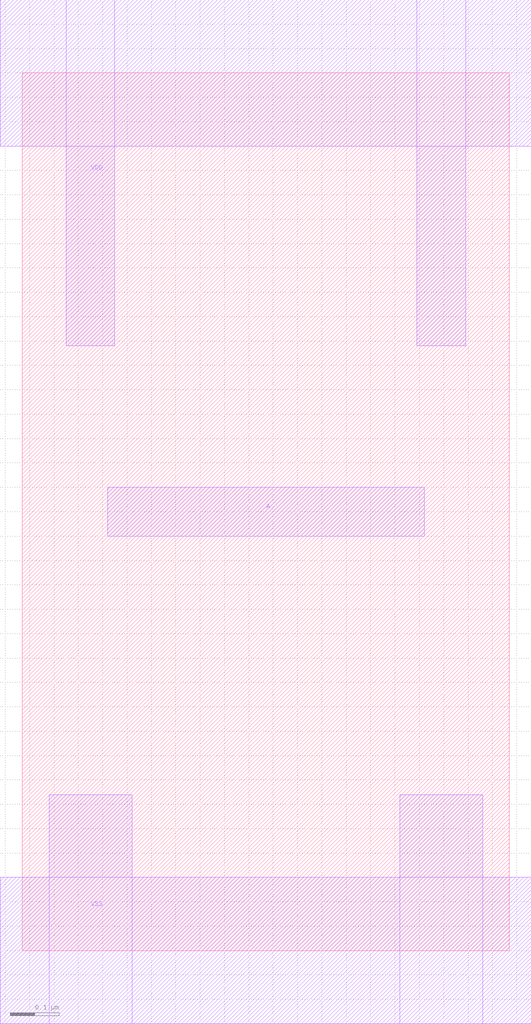
<source format=lef>
VERSION 5.7 ;
BUSBITCHARS "[]" ;
DIVIDERCHAR "/" ;

PROPERTYDEFINITIONS
  MACRO CatenaDesignType STRING ;
END PROPERTYDEFINITIONS

MACRO DLY_CAP_X1
  CLASS CORE ;
  ORIGIN -0.235 -0.15 ;
  FOREIGN DLY_CAP_X1 0.235 0.15 ;
  SIZE 1 BY 1.8 ;
  SYMMETRY X Y ;
  SITE CoreSite ;
  PIN VSS
    DIRECTION INOUT ;
    USE GROUND ;
    SHAPE ABUTMENT ;
    PORT
      LAYER M1 ;
        RECT 0.19 0 1.28 0.3 ;
        RECT 1.01 0 1.18 0.47 ;
        RECT 0.29 0 0.46 0.47 ;
    END
  END VSS
  PIN A
    DIRECTION INPUT ;
    USE SIGNAL ;
    PORT
      LAYER M1 ;
        RECT 0.41 1 1.06 1.1 ;
    END
  END A
  PIN VDD
    DIRECTION INOUT ;
    USE POWER ;
    SHAPE ABUTMENT ;
    PORT
      LAYER M1 ;
        RECT 0.19 1.8 1.28 2.1 ;
        RECT 1.045 1.39 1.145 2.1 ;
        RECT 0.325 1.39 0.425 2.1 ;
    END
  END VDD
  PROPERTY CatenaDesignType "deviceLevel" ;
END DLY_CAP_X1

END LIBRARY

</source>
